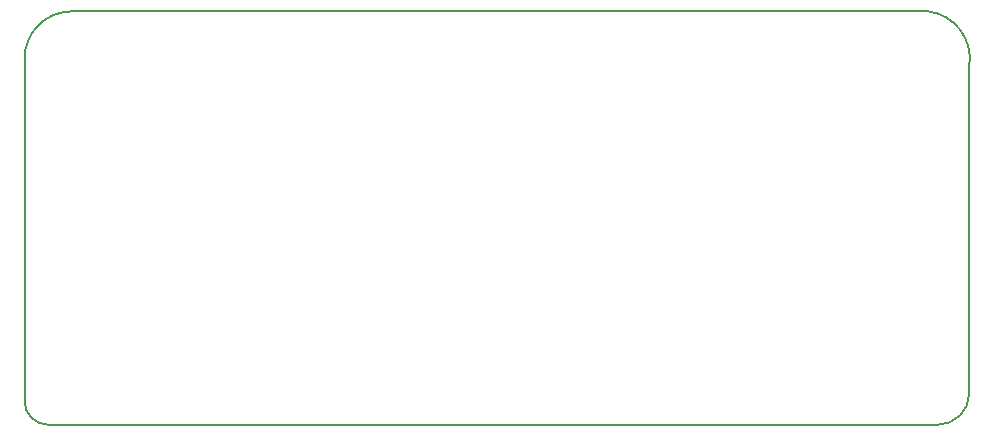
<source format=gm1>
G04 #@! TF.FileFunction,Profile,NP*
%FSLAX46Y46*%
G04 Gerber Fmt 4.6, Leading zero omitted, Abs format (unit mm)*
G04 Created by KiCad (PCBNEW 4.0.2-stable) date 12/31/2017 6:43:37 PM*
%MOMM*%
G01*
G04 APERTURE LIST*
%ADD10C,0.100000*%
%ADD11C,0.150000*%
G04 APERTURE END LIST*
D10*
D11*
X207850000Y-129250000D02*
X194550000Y-129250000D01*
X210550000Y-126550000D02*
X210550000Y-120250000D01*
X207850000Y-129250000D02*
G75*
G03X210550000Y-126550000I0J2700000D01*
G01*
X210550000Y-98750000D02*
X210550000Y-120250000D01*
X130550000Y-98250000D02*
X130550000Y-127250000D01*
X207050000Y-94250000D02*
X134550000Y-94250000D01*
X210550000Y-98750000D02*
G75*
G03X207050000Y-94250000I-4000000J500000D01*
G01*
X134550000Y-94250000D02*
G75*
G03X130550000Y-98250000I0J-4000000D01*
G01*
X194550000Y-129250000D02*
X132550000Y-129250000D01*
X130550000Y-127250000D02*
G75*
G03X132550000Y-129250000I2000000J0D01*
G01*
M02*

</source>
